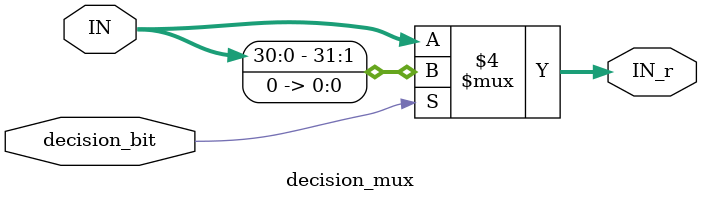
<source format=v>


// Company: iCAS Lab, University of South Carolina
// Engineer: Mohammed E. Elbtity
// Create Date: 06/28/2023 12:47:35 AM
// Design Name: 
// Module Name: decision_mux
// Project Name: 
// Target Devices: 
// Tool Versions: 
// Description: 
// 
// Dependencies: 
// 
// Revision:
// Revision 0.01 - File Created
// Additional Comments:
// 
//////////////////////////////////////////////////////////////////////////////////


`timescale 1ns / 1ps

// this mux decide if the operand will be rounded up or down

module decision_mux #(parameter WIDTH = 16, ROUN_WIDTH = 0, LOG2_WIDTH = 4) //Decide to shift left by one or no according to bit at k-1
(
input	wire	[2*WIDTH-1:0]				IN, //2**k 
input	wire								decision_bit, //bit postion k-1 in multiplicant
output	reg		[2*WIDTH+ROUN_WIDTH-1:0]	IN_r	//(rounded IN) width is larger because the number may be rounded to 2**16
);


always@(*)
begin
if(decision_bit)
	IN_r = IN << 1 ; //multiplied by 2
else
	IN_r = IN ;
end

endmodule

</source>
